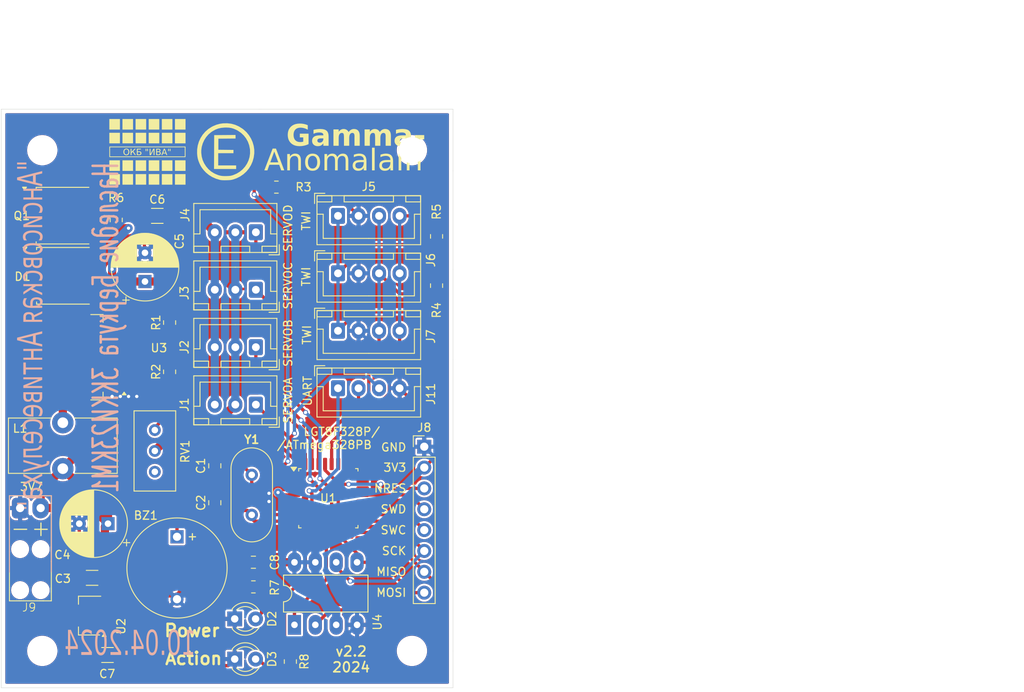
<source format=kicad_pcb>
(kicad_pcb (version 20240108) (generator "pcbnew") (generator_version "8.0")
  (layers (0 "F.Cu" signal) (31 "B.Cu" signal) (34 "B.Paste" user) (35 "F.Paste" user) (36 "B.SilkS" user "B.Silkscreen") (37 "F.SilkS" user "F.Silkscreen") (38 "B.Mask" user) (39 "F.Mask" user) (44 "Edge.Cuts" user))
  (net 0 "")
  (net 1 "XTAL0")
  (net 2 "GND")
  (net 3 "XTAL1")
  (net 4 "3V7")
  (net 5 "SERVO_6V")
  (net 6 "3V3")
  (net 7 "SERVO_GND")
  (net 8 "Net-(U3-FB)")
  (net 9 "Net-(D1-A)")
  (net 10 "Net-(D2-A)")
  (net 11 "LED0")
  (net 12 "SERVOA")
  (net 13 "SERVOB")
  (net 14 "SERVOC")
  (net 15 "SERVOD")
  (net 16 "SCL")
  (net 17 "SDA")
  (net 18 "SWC")
  (net 19 "SWD")
  (net 20 "NRES")
  (net 21 "RXD")
  (net 22 "TXD6")
  (net 23 "SERVOEN")
  (net 25 "MISO")
  (net 26 "SCK")
  (net 27 "W25NE")
  (net 28 "MOSI")
  (net 32 "BUZ")
  (net 40 "Net-(R2-Pad1)")
  (net 42 "Net-(D3-A)")
  (footprint "Resistor_SMD:R_0805_2012Metric_Pad1.20x1.40mm_HandSolder" (layer "F.Cu") (at 152 70.5 -90)
    (property "Reference" "R4")
    (property "Value" "10k")
  )
  (footprint "Logos:OKB_Iva_v2_9.3x8mm" (layer "F.Cu") (at 116.8 54.2)
    (property "Reference" "G***" (hide yes))
    (property "Value" "LOGO" (hide yes))
  )
  (footprint "Capacitor_THT:CP_Radial_D8.0mm_P3.50mm" (layer "F.Cu") (at 112 99.5 180)
    (property "Reference" "C4")
    (property "Value" "470uF")
  )
  (footprint "Resistor_SMD:R_0805_2012Metric_Pad1.20x1.40mm_HandSolder" (layer "F.Cu") (at 119.5 81 90)
    (property "Reference" "R2")
    (property "Value" "3k")
  )
  (footprint "Capacitor_SMD:C_1206_3216Metric_Pad1.33x1.80mm_HandSolder" (layer "F.Cu") (at 110.0625 106.1 180)
    (property "Reference" "C3")
    (property "Value" "1uF")
  )
  (footprint "Crystal:Crystal_HC49-4H_Vertical" (layer "F.Cu") (at 129.5 93.55 -90)
    (property "Reference" "Y1")
    (property "Value" "Crystal")
  )
  (footprint "Connector_JST:JST_XH_B3B-XH-A_1x03_P2.50mm_Vertical" (layer "F.Cu") (at 130 64 180)
    (property "Reference" "J4")
    (property "Value" "Conn_ServoD")
  )
  (footprint "Connector_JST:JST_XH_B4B-XH-A_1x04_P2.50mm_Vertical" (layer "F.Cu") (at 140 76)
    (property "Reference" "J7")
    (property "Value" "Conn_BMP1")
  )
  (footprint "Connector_JST:JST_XH_B4B-XH-A_1x04_P2.50mm_Vertical" (layer "F.Cu") (at 140 69)
    (property "Reference" "J6")
    (property "Value" "Conn_BMP0")
  )
  (footprint "Resistor_SMD:R_0805_2012Metric_Pad1.20x1.40mm_HandSolder" (layer "F.Cu") (at 132.5 58.5)
    (property "Reference" "R3")
    (property "Value" "10k")
  )
  (footprint "Package_TO_SOT_SMD:TO-263-5_TabPin3" (layer "F.Cu") (at 106.575 79.225 180)
    (property "Reference" "U3")
    (property "Value" "XL6019")
  )
  (footprint "Inductor_THT:L_Toroid_Vertical_L13.0mm_W6.5mm_P5.60mm" (layer "F.Cu") (at 106.5 92.8 180)
    (property "Reference" "L1")
    (property "Value" "47uh")
  )
  (footprint "MountingHole:MountingHole_3.2mm_M3" (layer "F.Cu") (at 149 54)
    (property "Reference" "H2" (hide yes))
    (property "Value" "MountingHole")
  )
  (footprint "Capacitor_SMD:C_1206_3216Metric_Pad1.33x1.80mm_HandSolder" (layer "F.Cu") (at 111.9375 115.5 180)
    (property "Reference" "C7")
    (property "Value" "1uF")
  )
  (footprint "Capacitor_SMD:C_1206_3216Metric_Pad1.33x1.80mm_HandSolder" (layer "F.Cu") (at 118 62 180)
    (property "Reference" "C6")
    (property "Value" "1uF")
  )
  (footprint "MountingHole:MountingHole_3.2mm_M3" (layer "F.Cu") (at 149 115)
    (property "Reference" "H4" (hide yes))
    (property "Value" "MountingHole")
  )
  (footprint "Package_DIP:DIP-8_W7.62mm_LongPads" (layer "F.Cu") (at 134.7 111.825 90)
    (property "Reference" "U4")
    (property "Value" "W25Q128JVS")
  )
  (footprint "Connector_JST:JST_XH_B4B-XH-A_1x04_P2.50mm_Vertical" (layer "F.Cu") (at 140 62)
    (property "Reference" "J5")
    (property "Value" "Conn_MPU")
  )
  (footprint "Resistor_SMD:R_0805_2012Metric_Pad1.20x1.40mm_HandSolder" (layer "F.Cu") (at 119.5 75 90)
    (property "Reference" "R1")
    (property "Value" "1")
  )
  (footprint "Logos:Linkkalu_v1_7.6x8.0mm" (layer "F.Cu") (at 126.4 54)
    (property "Reference" "G***" (hide yes))
    (property "Value" "LOGO" (hide yes))
  )
  (footprint "Capacitor_THT:CP_Radial_D8.0mm_P3.50mm" (layer "F.Cu") (at 116.5 70 90)
    (property "Reference" "C5")
    (property "Value" "470uF")
  )
  (footprint "Capacitor_SMD:C_0805_2012Metric" (layer "F.Cu") (at 125 96.95 90)
    (property "Reference" "C2")
    (property "Value" "22pF")
  )
  (footprint "Capacitor_SMD:C_0805_2012Metric_Pad1.18x1.45mm_HandSolder" (layer "F.Cu") (at 129.7 104.2 180)
    (property "Reference" "C8")
    (property "Value" "10nF")
  )
  (footprint "Connector_JST:JST_XH_B3B-XH-A_1x03_P2.50mm_Vertical" (layer "F.Cu") (at 130 85 180)
    (property "Reference" "J1")
    (property "Value" "Conn_ServoA")
  )
  (footprint "LED_THT:LED_D3.0mm" (layer "F.Cu") (at 127.425 111.1)
    (property "Reference" "D2")
    (property "Value" "LED_WORK")
  )
  (footprint "Connector_JST:JST_XH_B3B-XH-A_1x03_P2.50mm_Vertical" (layer "F.Cu") (at 130 71 180)
    (property "Reference" "J3")
    (property "Value" "Conn_ServoC")
  )
  (footprint "Connector_JST:JST_XH_B3B-XH-A_1x03_P2.50mm_Vertical" (layer "F.Cu") (at 130 78 180)
    (property "Reference" "J2")
    (property "Value" "Conn_ServoB")
  )
  (footprint "LED_THT:LED_D3.0mm" (layer "F.Cu") (at 127.425 116)
    (property "Reference" "D3")
    (property "Value" "LED_ACTIVE")
  )
  (footprint "Resistor_SMD:R_0805_2012Metric_Pad1.20x1.40mm_HandSolder" (layer "F.Cu") (at 134.2 116.3 90)
    (property "Reference" "R8")
    (property "Value" "10k")
  )
  (footprint "Package_TO_SOT_SMD:SOT-89-3" (layer "F.Cu") (at 109.7625 110.7 180)
    (property "Reference" "U2")
    (property "Value" "L78L33_SOT89")
  )
  (footprint "Buzzer_Beeper:MagneticBuzzer_ProSignal_ABI-009-RC" (layer "F.Cu") (at 120.4 101.1 -90)
    (property "Reference" "BZ1")
    (property "Value" "Buzzer")
  )
  (footprint "Resistor_SMD:R_0805_2012Metric_Pad1.20x1.40mm_HandSolder" (layer "F.Cu") (at 113 62.5 90)
    (property "Reference" "R6")
    (property "Value" "1k")
  )
  (footprint "MountingHole:MountingHole_3.2mm_M3" (layer "F.Cu") (at 104 54)
    (property "Reference" "H1" (hide yes))
    (property "Value" "MountingHole")
  )
  (footprint "Package_TO_SOT_SMD:TO-252-2" (layer "F.Cu") (at 106.565 61.975)
    (property "Reference" "Q1")
    (property "Value" "IRLR8726")
  )
  (footprint "Package_QFP:LQFP-32_7x7mm_P0.8mm" (layer "F.Cu") (at 138.825 96.4)
    (property "Reference" "U1")
    (property "Value" "LGT8F328P")
  )
  (footprint "CustomPackage:TO-252-2_TabPin1_Other2" (layer "F.Cu") (at 106.6175 69.3025)
    (property "Reference" "D1")
    (property "Value" "MBRD1045")
  )
  (footprint "Connector_JST:JST_XH_B4B-XH-A_1x04_P2.50mm_Vertical" (layer "F.Cu") (at 140 83)
    (property "Reference" "J11")
    (property "Value" "Conn_UART")
  )
  (footprint "Capacitor_SMD:C_0805_2012Metric" (layer "F.Cu") (at 125 92.45 -90)
    (property "Reference" "C1")
    (property "Value" "22pF")
  )
  (footprint "Resistor_SMD:R_0805_2012Metric_Pad1.20x1.40mm_HandSolder" (layer "F.Cu") (at 152 64.5 90)
    (property "Reference" "R5")
    (property "Value" "10k")
  )
  (footprint "Potentiometer_THT:Potentiometer_Bourns_3296W_Vertical" (layer "F.Cu") (at 117.7 88.1 90)
    (property "Reference" "RV1")
    (property "Value" "R_Potentiometer")
  )
  (footprint "CustomConnectors:Battery_3V7_Cable_solding_connctor" (layer "F.Cu") (at 105.1 96.8 90)
    (property "Reference" "J9")
    (property "Value" "Conn_BAT")
  )
  (footprint "MountingHole:MountingHole_3.2mm_M3" (layer "F.Cu") (at 104 115)
    (property "Reference" "H3" (hide yes))
    (property "Value" "MountingHole")
  )
  (footprint "Connector_PinHeader_2.54mm:PinHeader_1x08_P2.54mm_Vertical" (layer "F.Cu") (at 150.5 90.125)
    (property "Reference" "J8")
    (property "Value" "Conn_SWD")
  )
  (footprint "Resistor_SMD:R_0805_2012Metric_Pad1.20x1.40mm_HandSolder" (layer "F.Cu") (at 129.7 107.2 180)
    (property "Reference" "R7")
    (property "Value" "3.3k")
  )
  (gr_line (start 99 86.5) (end 99 115) (stroke (width 0.05)) (layer "Edge.Cuts"))
  (gr_line (start 99 56.5) (end 99 49) (stroke (width 0.05)) (layer "Edge.Cuts"))
  (gr_line (start 99 49) (end 130.5 49) (stroke (width 0.05)) (layer "Edge.Cuts"))
  (gr_line (start 154 68.5) (end 154 79.5) (stroke (width 0.05)) (layer "Edge.Cuts"))
  (gr_line (start 99 60) (end 99 86.5) (stroke (width 0.05)) (layer "Edge.Cuts"))
  (gr_line (start 114 119.5) (end 136 119.5) (stroke (width 0.05)) (layer "Edge.Cuts"))
  (gr_line (start 154 56.5) (end 154 68.5) (stroke (width 0.05)) (layer "Edge.Cuts"))
  (gr_line (start 154 79.5) (end 154 115) (stroke (width 0.05)) (layer "Edge.Cuts"))
  (gr_line (start 136 119.5) (end 154 119.5) (stroke (width 0.05)) (layer "Edge.Cuts"))
  (gr_line (start 99 56.5) (end 99 60) (stroke (width 0.05)) (layer "Edge.Cuts"))
  (gr_line (start 130.5 49) (end 154 49) (stroke (width 0.05)) (layer "Edge.Cuts"))
  (gr_line (start 154 49) (end 154 56.5) (stroke (width 0.05)) (layer "Edge.Cuts"))
  (gr_line (start 154 119.5) (end 154 115) (stroke (width 0.05)) (layer "Edge.Cuts"))
  (gr_line (start 99 115) (end 99 119.5) (stroke (width 0.05)) (layer "Edge.Cuts"))
  (gr_line (start 99 119.5) (end 114 119.5) (stroke (width 0.05)) (layer "Edge.Cuts"))
  (gr_text "Наследие Беркута 3ККИ23КМ1" (at 113.5 55.3 90) (layer "B.SilkS") (effects (font (size 3 1.7) (thickness 0.3)) (justify left bottom mirror)))
  (gr_text "10.04.2024" (at 122.7 116 0) (layer "B.SilkS") (effects (font (size 3 2) (thickness 0.2)) (justify left bottom mirror)))
  (gr_text "{dblquote}Ансисовская Антивеселуха{dblquote}" (at 104.5 76.6 90) (layer "B.SilkS") (effects (font (size 3 2)) (justify bottom mirror)))
  (gr_text "SERVOC" (at 134.5 70.5 90) (layer "F.SilkS") (effects (font (size 1 1)) (justify bottom)))
  (gr_text "3V3" (at 148.4 92.66 0) (layer "F.SilkS") (effects (font (size 1 1)) (justify right)))
  (gr_text "TWI" (at 136.7 62.6 90) (layer "F.SilkS") (effects (font (size 1 1)) (justify bottom)))
  (gr_text "SWD" (at 148.4 97.74 0) (layer "F.SilkS") (effects (font (size 1 1)) (justify right)))
  (gr_text "3V7" (at 101.2 95.6 0) (layer "F.SilkS") (effects (font (size 1 1)) (justify left bottom)))
  (gr_text "TWI" (at 136.8 76.5 90) (layer "F.SilkS") (effects (font (size 1 1)) (justify bottom)))
  (gr_text "LGT8F328P/" (at 145.2 88.3 0) (layer "F.SilkS") (effects (font (size 1 1)) (justify right)))
  (gr_text "TWI" (at 136.7 69.4 90) (layer "F.SilkS") (effects (font (size 1 1)) (justify bottom)))
  (gr_text "SWC" (at 148.4 100.28 0) (layer "F.SilkS") (effects (font (size 1 1)) (justify right)))
  (gr_text "+" (at 102.5 101.2 0) (layer "F.SilkS") (effects (font (size 2 2)) (justify left bottom)))
  (gr_text "Power" (at 118.7 113.4 0) (layer "F.SilkS") (effects (font (size 1.5 1.5) (thickness 0.3)) (justify left bottom)))
  (gr_text "MISO" (at 148.4 105.36 0) (layer "F.SilkS") (effects (font (size 1 1)) (justify right)))
  (gr_text "Action" (at 118.8 116.8 0) (layer "F.SilkS") (effects (font (size 1.5 1.5) (thickness 0.3)) (justify left bottom)))
  (gr_text "SCK" (at 148.4 102.82 0) (layer "F.SilkS") (effects (font (size 1 1)) (justify right)))
  (gr_text "/ATmega328PB" (at 144.2 89.9 0) (layer "F.SilkS") (effects (font (size 1 1)) (justify right)))
  (gr_text "SERVOB" (at 134.5 77.5 90) (layer "F.SilkS") (effects (font (size 1 1)) (justify bottom)))
  (gr_text "Anomalain" (at 131 56.9 0) (layer "F.SilkS") (effects (font (size 2.6 2.6)) (justify left bottom)))
  (gr_text "-" (at 100 101.2 0) (layer "F.SilkS") (effects (font (size 2 2)) (justify left bottom)))
  (gr_text "SERVOD" (at 134.5 63.5 90) (layer "F.SilkS") (effects (font (size 1 1)) (justify bottom)))
  (gr_text "SERVOA" (at 134.5 84.5 90) (layer "F.SilkS") (effects (font (size 1 1)) (justify bottom)))
  (gr_text "v2.2\n2024" (at 141.6 117.7 0) (layer "F.SilkS") (effects (font (size 1.2 1.2) (thickness 0.2)) (justify bottom)))
  (gr_text "GND" (at 148.4 90.2 0) (layer "F.SilkS") (effects (font (size 1 1)) (justify right)))
  (gr_text "Gamma-" (at 133.7 53.9 0) (layer "F.SilkS") (effects (font (size 2.6 2.6) (thickness 0.5) (bold yes)) (justify left bottom)))
  (gr_text "NRES" (at 148.4 95.2 0) (layer "F.SilkS") (effects (font (size 1 1)) (justify right)))
  (gr_text "UART" (at 136.3 81.4 90) (layer "F.SilkS") (effects (font (size 1 1)) (justify right)))
  (gr_text "MOSI" (at 148.4 107.9 0) (layer "F.SilkS") (effects (font (size 1 1)) (justify right)))
  (segment (start 127.45 91.5) (end 129.5 93.55) (width 0.4) (layer "F.Cu") (net 1))
  (segment (start 129.5 95.68995) (end 132.21005 98.4) (width 0.4) (layer "F.Cu") (net 1))
  (segment (start 129.5 93.55) (end 129.5 95.68995) (width 0.4) (layer "F.Cu") (net 1))
  (segment (start 125 91.5) (end 127.45 91.5) (width 0.4) (layer "F.Cu") (net 1))
  (segment (start 132.21005 98.4) (end 134.65 98.4) (width 0.4) (layer "F.Cu") (net 1))
  (segment (start 131.6 96.8) (end 134.65 96.8) (width 0.4) (layer "F.Cu") (net 2))
  (segment (start 110.375 110.7) (end 111.625 110.7) (width 0.4) (layer "F.Cu") (net 2))
  (segment (start 119.5 74) (end 117.8 74) (width 0.4) (layer "F.Cu") (net 2))
  (segment (start 108.5 99.5) (end 108.5 106.1) (width 0.4) (layer "F.Cu") (net 2))
  (segment (start 123.875 104.625) (end 123.875 104.2) (width 0.4) (layer "F.Cu") (net 2))
  (segment (start 111.675 116.8) (end 116.8 116.8) (width 0.4) (layer "F.Cu") (net 2))
  (segment (start 128.6625 104.2) (end 123.875 104.2) (width 0.4) (layer "F.Cu") (net 2))
  (segment (start 116.8 116.8) (end 126.625 116.8) (width 0.4) (layer "F.Cu") (net 2))
  (segment (start 114.225 82.625) (end 114.225 83.725) (width 0.4) (layer "F.Cu") (net 2))
  (segment (start 103.5 72) (end 103.5 66.23) (width 0.4) (layer "F.Cu") (net 2))
  (segment (start 117.225 73.425) (end 104.925 73.425) (width 0.4) (layer "F.Cu") (net 2))
  (segment (start 150.5 90.125) (end 150.5 86) (width 0.4) (layer "F.Cu") (net 2))
  (segment (start 115.5 65.5) (end 102.77 65.5) (width 0.4) (layer "F.Cu") (net 2))
  (segment (start 101.3 95.595836) (end 101.3 97.6) (width 0.4) (layer "F.Cu") (net 2))
  (segment (start 131.6 96.8) (end 131.6 95.8) (width 0.4) (layer "F.Cu") (net 2))
  (segment (start 111.625 110.7) (end 108.8 110.7) (width 0.4) (layer "F.Cu") (net 2))
  (segment (start 120.2 108.3) (end 123.875 104.625) (width 0.4) (layer "F.Cu") (net 2))
  (segment (start 117.8 74) (end 117.225 73.425) (width 0.4) (layer "F.Cu") (net 2))
  (segment (start 110.375 115.5) (end 110.375 110.7) (width 0.4) (layer "F.Cu") (net 2))
  (segment (start 126.625 116.8) (end 127.425 116) (width 0.4) (layer "F.Cu") (net 2))
  (segment (start 103.5 66.23) (end 101.525 64.255) (width 0.4) (layer "F.Cu") (net 2))
  (segment (start 116.4375 62) (end 116.4375 66.4375) (width 0.4) (layer "F.Cu") (net 2))
  (segment (start 110.375 115.5) (end 111.675 116.8) (width 0.4) (layer "F.Cu") (net 2))
  (segment (start 112.5 84) (end 101.3 95.595836) (width 0.4) (layer "F.Cu") (net 2))
  (segment (start 108.8 110.7) (end 108.5 111) (width 0.4) (layer "F.Cu") (net 2))
  (segment (start 139 58.5) (end 142.5 62) (width 0.4) (layer "F.Cu") (net 2))
  (segment (start 116.8625 116.7375) (end 116.8 116.8) (width 0.4) (layer "F.Cu") (net 2))
  (segment (start 114.225 83.725) (end 114.5 84) (width 0.4) (layer "F.Cu") (net 2))
  (segment (start 123.875 104.2) (end 123.875 97.125) (width 0.4) (layer "F.Cu") (net 2))
  (segment (start 133.5 58.5) (end 139 58.5) (width 0.4) (layer "F.Cu") (net 2))
  (segment (start 115.9375 61.5) (end 116.4375 62) (width 0.4) (layer "F.Cu") (net 2))
  (segment (start 113 61.5) (end 115.9375 61.5) (width 0.4) (layer "F.Cu") (net 2))
  (segment (start 102.77 65.5) (end 101.525 64.255) (width 0.4) (layer "F.Cu") (net 2))
  (segment (start 111.625 110.7) (end 114.2 110.7) (width 0.4) (layer "F.Cu") (net 2))
  (segment (start 114.2 110.7) (end 116.6 108.3) (width 0.4) (layer "F.Cu") (net 2))
  (segment (start 116.6 108.3) (end 120.2 108.3) (width 0.4) (layer "F.Cu") (net 2))
  (segment (start 108.5 110.7) (end 111.625 110.7) (width 0.4) (layer "F.Cu") (net 2))
  (segment (start 104.925 73.425) (end 103.5 72) (width 0.4) (layer "F.Cu") (net 2))
  (segment (start 116.5 66.5) (end 115.5 65.5) (width 0.4) (layer "F.Cu") (net 2))
  (segment (start 125 93.4) (end 125 96) (width 0.4) (layer "F.Cu") (net 2))
  (segment (start 116.4375 66.4375) (end 116.5 66.5) (width 0.4) (layer "F.Cu") (net 2))
  (segment (start 108.5 106.1) (end 108.5 110.7) (width 0.4) (layer "F.Cu") (net 2))
  (segment (start 123.875 97.125) (end 125 96) (width 0.4) (layer "F.Cu") (net 2))
  (segment (start 150.5 86) (end 147.5 83) (width 0.4) (layer "F.Cu") (net 2))
  (via (at 112.5 84) (size 0.6) (drill 0.4) (layers "F.Cu" "B.Cu") (net 2))
  (via (at 114.5 84) (size 0.6) (drill 0.4) (layers "F.Cu" "B.Cu") (net 2))
  (via (at 113.5 84) (size 0.6) (drill 0.4) (layers "F.Cu" "B.Cu") (net 2))
  (via (at 115.5 84) (size 0.6) (drill 0.4) (layers "F.Cu" "B.Cu") (net 2))
  (via (at 131.6 96.8) (size 0.6) (drill 0.4) (layers "F.Cu" "B.Cu") (net 2))
  (via (at 131.6 95.8) (size 0.6) (drill 0.4) (layers "F.Cu" "B.Cu") (net 2))
  (segment (start 147.5 83) (end 147.5 81) (width 0.4) (layer "B.Cu") (net 2))
  (segment (start 108.5 88) (end 112.5 84) (width 0.4) (layer "B.Cu") (net 2))
  (segment (start 131.6 98.03137) (end 131.6 96.8) (width 0.4) (layer "B.Cu") (net 2))
  (segment (start 121.33137 108.3) (end 131.6 98.03137) (width 0.4) (layer "B.Cu") (net 2))
  (segment (start 142.5 76) (end 142.5 62) (width 0.4) (layer "B.Cu") (net 2))
  (segment (start 133.5 113.425) (end 140.72 113.425) (width 0.4) (layer "B.Cu") (net 2))
  (segment (start 148.347767 111.825) (end 151.75 108.422767) (width 0.4) (layer "B.Cu") (net 2))
  (segment (start 131.6 96.8) (end 131.6 95.8) (width 0.4) (layer "B.Cu") (net 2))
  (segment (start 116.5 66.5) (end 114.5 68.5) (width 0.4) (layer "B.Cu") (net 2))
  (segment (start 131.5 109) (end 131.5 111.425) (width 0.4) (layer "B.Cu") (net 2))
  (segment (start 127.425 111.1) (end 127.425 116) (width 0.4) (layer "B.Cu") (net 2))
  (segment (start 115.5 84) (end 114.5 84) (width 0.4) (layer "B.Cu") (net 2))
  (segment (start 120.2 108.3) (end 121.33137 108.3) (width 0.4) (layer "B.Cu") (net 2))
  (segment (start 112.5 84) (end 113.5 84) (width 0.4) (layer "B.Cu") (net 2))
  (segment (start 108.5 99.5) (end 108.5 88) (width 0.4) (layer "B.Cu") (net 2))
  (segment (start 131.5 111.425) (end 133.5 113.425) (width 0.4) (layer "B.Cu") (net 2))
  (segment (start 151.75 108.422767) (end 151.75 91.375) (width 0.4) (layer "B.Cu") (net 2))
  (segment (start 131.5 98) (end 131.5 109) (width 0.4) (layer "B.Cu") (net 2))
  (segment (start 131.6 97.9) (end 131.5 98) (width 0.4) (layer "B.Cu") (net 2))
  (segment (start 101.3 97.6) (end 103.2 99.5) (width 0.4) (layer "B.Cu") (net 2))
  (segment (start 103.2 99.5) (end 108.5 99.5) (width 0.4) (layer "B.Cu") (net 2))
  (segment (start 114.5 68.5) (end 114.5 84) (width 0.4) (layer "B.Cu") (net 2))
  (segment (start 114.5 84) (end 113.5 84) (width 0.4) (layer "B.Cu") (net 2))
  (segment (start 140.72 113.425) (end 142.32 111.825) (width 0.4) (layer "B.Cu") (net 2))
  (segment (start 147.5 81) (end 142.5 76) (width 0.4) (layer "B.Cu") (net 2))
  (segment (start 151.75 91.375) (end 150.5 90.125) (width 0.4) (layer "B.Cu") (net 2))
  (segment (start 131.6 96.8) (end 131.6 97.9) (width 0.4) (layer "B.Cu") (net 2))
  (segment (start 142.32 111.825) (end 148.347767 111.825) (width 0.4) (layer "B.Cu") (net 2))
  (segment (start 134.65 99.2) (end 129.82 99.2) (width 0.4) (layer "F.Cu") (net 3))
  (segment (start 128.97 97.9) (end 129.5 98.43) (width 0.4) (layer "F.Cu") (net 3))
  (segment (start 129.5 98.43) (end 129.5 98.88) (width 0.4) (layer "F.Cu") (net 3))
  (segment (start 125 97.9) (end 128.97 97.9) (width 0.4) (layer "F.Cu") (net 3))
  (segment (start 129.5 98.88) (end 129.82 99.2) (width 0.4) (layer "F.Cu") (net 3))
  (segment (start 111.1 98.6) (end 112 99.5) (width 1) (layer "F.Cu") (net 4))
  (segment (start 112.269238 88.869238) (end 117.225 83.913477) (width 1) (layer "F.Cu") (net 4))
  (segment (start 110.1 97.6) (end 111.1 98.6) (width 1) (layer "F.Cu") (net 4))
  (segment (start 111.7125 106.1875) (end 111.625 106.1) (width 1) (layer "F.Cu") (net 4))
  (segment (start 112 89.138476) (end 112.269238 88.869238) (width 1) (layer "F.Cu") (net 4))
  (segment (start 111.625 106.1) (end 111.625 99.875) (width 1) (layer "F.Cu") (net 4))
  (segment (start 116.22543 77.525) (end 114.225 77.525) (width 1) (layer "F.Cu") (net 4))
  (segment (start 112 99.5) (end 112 89.138476) (width 1) (layer "F.Cu") (net 4))
  (segment (start 117.225 83.913477) (end 117.225 78.52457) (width 1) (layer "F.Cu") (net 4))
  (segment (start 103.8 97.6) (end 110.1 97.6) (width 1) (layer "F.Cu") (net 4))
  (segment (start 106.5 92.8) (end 109.2 95.5) (width 1) (layer "F.Cu") (net 4))
  (segment (start 103.8 95.5) (end 106.5 92.8) (width 1) (layer "F.Cu") (net 4))
  (segment (start 111.7125 109.2) (end 111.7125 106.1875) (width 1) (layer "F.Cu") (net 4))
  (segment (start 109.2 95.5) (end 109.2 96.7) (width 1) (layer "F.Cu") (net 4))
  (segment (start 111.625 99.875) (end 112 99.5) (width 1) (layer "F.Cu") (net 4))
  (segment (start 106.5 92.8) (end 110.430762 88.869238) (width 1) (layer "F.Cu") (net 4))
  (segment (start 110.430762 88.869238) (end 112.269238 88.869238) (width 1) (layer "F.Cu") (net 4))
  (segment (start 109.2 96.7) (end 111.1 98.6) (width 1) (layer "F.Cu") (net 4))
  (segment (start 117.225 78.52457) (end 116.22543 77.525) (width 1) (layer "F.Cu") (net 4))
  (segment (start 103.8 97.6) (end 103.8 95.5) (width 1) (layer "F.Cu") (net 4))
  (segment (start 110.38 70) (end 109.5525 70.8275) (width 1) (layer "F.Cu") (net 5))
  (segment (start 118.8 70) (end 116.5 70) (width 1) (layer "F.Cu") (net 5))
  (segment (start 113 63.5) (end 114.5 63.5) (width 1) (layer "F.Cu") (net 5))
  (segment (start 112.5 70) (end 110.38 70) (width 1) (layer "F.Cu") (net 5))
  (segment (start 125.825 69.325) (end 119.475 69.325) (width 1) (layer "F.Cu") (net 5))
  (segment (start 119.475 69.325) (end 118.8 70) (width 1) (layer "F.Cu") (net 5))
  (segment (start 119.5625 69.2625) (end 119.5 69.325) (width 1) (layer "F.Cu") (net 5))
  (segment (start 117.7 90.64) (end 121.34 87) (width 1) (layer "F.Cu") (net 5))
  (segment (start 125.5 87) (end 127.5 85) (width 1) (layer "F.Cu") (net 5))
  (segment (start 116.5 70) (end 112.5 70) (width 1) (layer "F.Cu") (net 5))
  (segment (start 121.34 87) (end 125.5 87) (width 1) (layer "F.Cu") (net 5))
  (segment (start 119.5625 62) (end 119.5625 69.2625) (width 1) (layer "F.Cu") (net 5))
  (segment (start 112.5 68.5) (end 112.5 70) (width 1) (layer "F.Cu") (net 5))
  (segment (start 127.5 71) (end 125.825 69.325) (width 1) (layer "F.Cu") (net 5))
  (via (at 114.5 63.5) (size 0.6) (drill 0.4) (layers "F.Cu" "B.Cu") (net 5))
  (via (at 112.5 68.5) (size 0.6) (drill 0.4) (layers "F.Cu" "B.Cu") (net 5))
  (segment (start 127.5 64) (end 127.5 85) (width 1) (layer "B.Cu") (net 5))
  (segment (start 114.5 63.5) (end 112.5 65.5) (width 1) (layer "B.Cu") (net 5))
  (segment (start 112.5 65.5) (end 112.5 68.5) (width 1) (layer "B.Cu") (net 5))
  (segment (start 152 65.5) (end 143.5 65.5) (width 0.4) (layer "F.Cu") (net 6))
  (segment (start 113.5 113) (end 112.7 112.2) (width 0.4) (layer "F.Cu") (net 6))
  (segment (start 134.695 104.2) (end 134.7 104.205) (width 0.4) (layer "F.Cu") (net 6))
  (segment (start 113.5 115.5) (end 113.5 113) (width 0.4) (layer "F.Cu") (net 6))
  (segment (start 116.8625 112.2625) (end 116.8 112.2) (width 0.4) (layer "F.Cu") (net 6))
  (segment (start 152 69.5) (end 152 65.5) (width 0.4) (layer "F.Cu") (net 6))
  (segment (start 128.7 106.2375) (end 130.7375 104.2) (width 0.4) (layer "F.Cu") (net 6))
  (segment (start 112.7 112.2) (end 111.7125 112.2) (width 0.4) (layer "F.Cu") (net 6))
  (segment (start 133 96) (end 132.7 95.7) (width 0.4) (layer "F.Cu") (net 6))
  (segment (start 116.8 112.2) (end 119.4 112.2) (width 0.4) (layer "F.Cu") (net 6))
  (segment (start 148.2 73.7) (end 151.9 77.4) (width 0.4) (layer "F.Cu") (net 6))
  (segment (start 151.9 91.265) (end 150.5 92.665) (width 0.4) (layer "F.Cu") (net 6))
  (segment (start 111.7125 112.2) (end 116.8 112.2) (width 0.4) (layer "F.Cu") (net 6))
  (segment (start 142.3 73.7) (end 148.2 73.7) (width 0.4) (layer "F.Cu") (net 6))
  (segment (start 128.7 107.2) (end 128.7 106.2375) (width 0.4) (layer "F.Cu") (net 6))
  (segment (start 124.4 107.2) (end 128.7 107.2) (width 0.4) (layer "F.Cu") (net 6))
  (segment (start 151.9 77.4) (end 151.9 91.265) (width 0.4) (layer "F.Cu") (net 6))
  (segment (start 143.5 65.5) (end 140 69) (width 0.4) (layer "F.Cu") (net 6))
  (segment (start 119.4 112.2) (end 124.4 107.2) (width 0.4) (layer "F.Cu") (net 6))
  (segment (start 134.65 96) (end 133 96) (width 0.4) (layer "F.Cu") (net 6))
  (segment (start 130.7375 104.2) (end 134.695 104.2) (width 1) (layer "F.Cu") (net 6))
  (segment (start 140 76) (end 142.3 73.7) (width 0.4) (layer "F.Cu") (net 6))
  (via (at 132.7 95.7) (size 0.6) (drill 0.4) (layers "F.Cu" "B.Cu") (net 6))
  (segment (start 137.24 100.24) (end 137.24 104.205) (width 1) (layer "B.Cu") (net 6))
  (segment (start 137.24 104.205) (end 136 104.205) (width 0.4) (layer "B.Cu") (net 6))
  (segment (start 139.78 111.825) (end 139.78 109.98) (width 1) (layer "B.Cu") (net 6))
  (segment (start 142.76 100.24) (end 150.335 92.665) (width 1) (layer "B.Cu") (net 6))
  (segment (start 150.335 92.665) (end 150.5 92.665) (width 1) (layer "B.Cu") (net 6))
  (segment (start 137.24 107.44) (end 137.24 104.205) (width 1) (layer "B.Cu") (net 6))
  (segment (start 140 62) (end 140 69) (width 0.4) (layer "B.Cu") (net 6))
  (segment (start 132.7 95.7) (end 137.24 100.24) (width 1) (layer "B.Cu") (net 6))
  (segment (start 136 104.205) (end 134.7 104.205) (width 0.4) (layer "B.Cu") (net 6))
  (segment (start 137.24 100.24) (end 142.76 100.24) (width 1) (layer "B.Cu") (net 6))
  (segment (start 139.78 109.98) (end 137.24 107.44) (width 1) (layer "B.Cu") (net 6))
  (segment (start 140 69) (end 140 76) (width 0.4) (layer "B.Cu") (net 6))
  (segment (start 111.05 60.45) (end 109.5 60.45) (width 1) (layer "F.Cu") (net 7))
  (segment (start 125 64) (end 121 60) (width 1) (layer "F.Cu") (net 7))
  (segment (start 111.5 60) (end 111.05 60.45) (width 1) (layer "F.Cu") (net 7))
  (segment (start 121 60) (end 111.5 60) (width 1) (layer "F.Cu") (net 7))
  (segment (start 125 85) (end 125 64) (width 1) (layer "B.Cu") (net 7))
  (segment (start 114.4 76) (end 114.225 75.825) (width 0.4) (layer "F.Cu") (net 8))
  (segment (start 119.5 76) (end 119.5 80) (width 0.4) (layer "F.Cu") (net 8))
  (segment (start 119.5 76) (end 114.4 76) (width 0.4) (layer "F.Cu") (net 8))
  (segment (start 101.5775 67.0225) (end 101.5775 75.3775) (width 1) (layer "F.Cu") (net 9))
  (segment (start 101.5775 75.3775) (end 102.65 76.45) (width 1) (layer "F.Cu") (net 9))
  (segment (start 106.5 83) (end 107.5 82) (width 1) (layer "F.Cu") (net 9))
  (segment (start 114.225 79.225) (end 105.075 79.225) (width 1) (layer "F.Cu") (net 9))
  (segment (start 106.5 87.2) (end 106.5 83) (width 1) (layer "F.Cu") (net 9))
  (segment (start 130.1 110.9) (end 130.3 111.1) (width 0.4) (layer "F.Cu") (net 10))
  (segment (start 130.7 107.2) (end 130.7 110.365) (width 0.4) (layer "F.Cu") (net 10))
  (segment (start 130.7 110.365) (end 129.965 111.1) (width 0.4) (layer "F.Cu") (net 10))
  (segment (start 133.5 114.6) (end 133.5 108.5) (width 0.4) (layer "F.Cu") (net 11))
  (segment (start 136.025 105.975) (end 136.025 100.575) (width 0.4) (layer "F.Cu") (net 11))
  (segment (start 134.2 115.3) (end 133.5 114.6) (width 0.4) (layer "F.Cu") (net 11))
  (segment (start 133.5 108.5) (end 136.025 105.975) (width 0.4) (layer "F.Cu") (net 11))
  (segment (start 134.1 89.1) (end 135 90) (width 0.4) (layer "F.Cu") (net 12))
  (segment (start 136.025 91.025) (end 135 90) (width 0.4) (layer "F.Cu") (net 12))
  (segment (start 136.025 92.225) (end 136.025 91.025) (width 0.4) (layer "F.Cu") (net 12))
  (segment (start 135 90) (end 130 85) (width 0.4) (layer "F.Cu") (net 12))
  (segment (start 134.7 88.5) (end 134.1 89.1) (width 0.4) (layer "F.Cu") (net 12))
  (via (at 134.7 88.5) (size 0.6) (drill 0.4) (layers "F.Cu" "B.Cu") (net 12))
  (segment (start 134.7 86.048834) (end 139.123834 81.625) (width 0.4) (layer "B.Cu") (net 12))
  (segment (start 139.123834 81.625) (end 143.625 81.625) (width 0.4) (layer "B.Cu") (net 12))
  (segment (start 134.7 88.5) (end 134.7 86.048834) (width 0.4) (layer "B.Cu") (net 12))
  (segment (start 143.625 81.625) (end 145 83) (width 0.4) (layer "B.Cu") (net 12))
  (segment (start 130 82.6) (end 130 78) (width 0.4) (layer "F.Cu") (net 13))
  (segment (start 136.825 89.425) (end 130 82.6) (width 0.4) (layer "F.Cu") (net 13))
  (segment (start 136.825 92.225) (end 136.825 89.425) (width 0.4) (layer "F.Cu") (net 13))
  (segment (start 139.225 100.575) (end 139.225 96.725) (width 0.4) (layer "F.Cu") (net 14))
  (segment (start 139.225 96.725) (end 136.6 94.1) (width 0.4) (layer "F.Cu") (net 14))
  (segment (start 131.5 72.5) (end 130 71) (width 0.4) (layer "F.Cu") (net 14))
  (segment (start 135.5 86.9) (end 131.5 82.9) (width 0.4) (layer "F.Cu") (net 14))
  (segment (start 131.5 82.9) (end 131.5 72.5) (width 0.4) (layer "F.Cu") (net 14))
  (via (at 136.6 94.1) (size 0.6) (drill 0.4) (layers "F.Cu" "B.Cu") (net 14))
  (via (at 135.5 86.9) (size 0.6) (drill 0.4) (layers "F.Cu" "B.Cu") (net 14))
  (segment (start 135.5 86.9) (end 136.6 88) (width 0.4) (layer "B.Cu") (net 14))
  (segment (start 136.6 88) (end 136.6 94.1) (width 0.4) (layer "B.Cu") (net 14))
  (segment (start 140.025 96.225) (end 137.8 94) (width 0.4) (layer "F.Cu") (net 15))
  (segment (start 136.05 85.95) (end 133.5 83.4) (width 0.4) (layer "F.Cu") (net 15))
  (segment (start 130 68.6) (end 130 64) (width 0.4) (layer "F.Cu") (net 15))
  (segment (start 133.5 83.4) (end 133.5 72.1) (width 0.4) (layer "F.Cu") (net 15))
  (segment (start 140.025 100.575) (end 140.025 96.225) (width 0.4) (layer "F.Cu") (net 15))
  (segment (start 133.5 72.1) (end 130 68.6) (width 0.4) (layer "F.Cu") (net 15))
  (via (at 137.8 94) (size 0.6) (drill 0.4) (layers "F.Cu" "B.Cu") (net 15))
  (via (at 136.05 85.95) (size 0.6) (drill 0.4) (layers "F.Cu" "B.Cu") (net 15))
  (segment (start 136.05 85.95) (end 137.8 87.7) (width 0.4) (layer "B.Cu") (net 15))
  (segment (start 137.8 87.7) (end 137.8 94) (width 0.4) (layer "B.Cu") (net 15))
  (segment (start 143.75 85.05) (end 143.75 79.85) (width 0.4) (layer "F.Cu") (net 16))
  (segment (start 139.225 89.575) (end 143.75 85.05) (width 0.4) (layer "F.Cu") (net 16))
  (segment (start 147.5 71.5) (end 145 69) (width 0.4) (layer "F.Cu") (net 16))
  (segment (start 139.225 92.225) (end 139.225 89.575) (width 0.4) (layer "F.Cu") (net 16))
  (segment (start 145 78.6) (end 145 76) (width 0.4) (layer "F.Cu") (net 16))
  (segment (start 152 71.5) (end 147.5 71.5) (width 0.4) (layer "F.Cu") (net 16))
  (segment (start 143.75 79.85) (end 145 78.6) (width 0.4) (layer "F.Cu") (net 16))
  (segment (start 145 62) (end 145 76) (width 0.4) (layer "B.Cu") (net 16))
  (segment (start 147.5 76) (end 147.5 78.6) (width 0.4) (layer "F.Cu") (net 17))
  (segment (start 147.5 78.6) (end 146.25 79.85) (width 0.4) (layer "F.Cu") (net 17))
  (segment (start 150.5 62) (end 147.5 62) (width 0.4) (layer "F.Cu") (net 17))
  (segment (start 140.025 89.867767) (end 140.025 92.225) (width 0.4) (layer "F.Cu") (net 17))
  (segment (start 146.25 79.85) (end 146.25 83.642767) (width 0.4) (layer "F.Cu") (net 17))
  (segment (start 146.25 83.642767) (end 140.025 89.867767) (width 0.4) (layer "F.Cu") (net 17))
  (segment (start 152 63.5) (end 150.5 62) (width 0.4) (layer "F.Cu") (net 17))
  (segment (start 147.5 76) (end 147.5 62) (width 0.4) (layer "B.Cu") (net 17))
  (segment (start 150.5 100.285) (end 148.615 98.4) (width 0.4) (layer "F.Cu") (net 18))
  (segment (start 148.615 98.4) (end 143 98.4) (width 0.4) (layer "F.Cu") (net 18))
  (segment (start 148.755 96) (end 143 96) (width 0.4) (layer "F.Cu") (net 19))
  (segment (start 150.5 97.745) (end 148.755 96) (width 0.4) (layer "F.Cu") (net 19))
  (segment (start 140.150001 94.7) (end 141.3 94.7) (width 0.4) (layer "F.Cu") (net 20))
  (segment (start 138.425 92.974999) (end 140.150001 94.7) (width 0.4) (layer "F.Cu") (net 20))
  (segment (start 138.425 92.225) (end 138.425 92.974999) (width 0.4) (layer "F.Cu") (net 20))
  (segment (start 145.2 94.7) (end 145.705 95.205) (width 0.4) (layer "F.Cu") (net 20))
  (segment (start 145.705 95.205) (end 150.5 95.205) (width 0.4) (layer "F.Cu") (net 20))
  (via (at 141.3 94.7) (size 0.6) (drill 0.4) (layers "F.Cu" "B.Cu") (net 20))
  (via (at 145.2 94.7) (size 0.6) (drill 0.4) (layers "F.Cu" "B.Cu") (net 20))
  (segment (start 141.3 94.7) (end 145.2 94.7) (width 0.4) (layer "B.Cu") (net 20))
  (segment (start 137.625 89.775) (end 142.5 84.9) (width 0.4) (layer "F.Cu") (net 21))
  (segment (start 142.5 84.9) (end 142.5 83) (width 0.4) (layer "F.Cu") (net 21))
  (segment (start 137.625 92.225) (end 137.625 89.775) (width 0.4) (layer "F.Cu") (net 21))
  (segment (start 136.825 95.825) (end 136.5 95.5) (width 0.4) (layer "F.Cu") (net 22))
  (segment (start 136.825 100.575) (end 136.825 95.825) (width 0.4) (layer "F.Cu") (net 22))
  (via (at 136.5 95.5) (size 0.6) (drill 0.4) (layers "F.Cu" "B.Cu") (net 22))
  (segment (start 137.28995 95.5) (end 140 92.78995) (width 0.4) (layer "B.Cu") (net 22))
  (segment (start 140 92.78995) (end 140 83) (width 0.4) (layer "B.Cu") (net 22))
  (segment (start 136.5 95.5) (end 137.28995 95.5) (width 0.4) (layer "B.Cu") (net 22))
  (segment (start 133.5 93.999999) (end 133.900001 94.4) (width 0.4) (layer "F.Cu") (net 23))
  (segment (start 133.900001 94.4) (end 134.65 94.4) (width 0.4) (layer "F.Cu") (net 23))
  (segment (start 133.9 91.9) (end 133.5 92.3) (width 0.4) (layer "F.Cu") (net 23))
  (segment (start 101.525 59.695) (end 102.72 58.5) (width 0.4) (layer "F.Cu") (net 23))
  (segment (start 129.8 59.4) (end 129.8 58.5) (width 0.4) (layer "F.Cu") (net 23))
  (segment (start 129.8 58.5) (end 131.5 58.5) (width 0.4) (layer "F.Cu") (net 23))
  (segment (start 133.5 92.3) (end 133.5 93.999999) (width 0.4) (layer "F.Cu") (net 23))
  (segment (start 102.72 58.5) (end 129.8 58.5) (width 0.4) (layer "F.Cu") (net 23))
  (via (at 133.9 91.9) (size 0.6) (drill 0.4) (layers "F.Cu" "B.Cu") (net 23))
  (via (at 129.8 59.4) (size 0.6) (drill 0.4) (layers "F.Cu" "B.Cu") (net 23))
  (segment (start 133.9 63.5) (end 133.9 91.9) (width 0.4) (layer "B.Cu") (net 23))
  (segment (start 133.9 63.5) (end 129.8 59.4) (width 0.4) (layer "B.Cu") (net 23))
  (segment (start 152.4 107.265) (end 150.5 105.365) (width 0.4) (layer "F.Cu") (net 25))
  (segment (start 137.24 111.825) (end 139.065 110) (width 0.4) (layer "F.Cu") (net 25))
  (segment (start 145.71 100.575) (end 141.625 100.575) (width 0.4) (layer "F.Cu") (net 25))
  (segment (start 152.4 108.9) (end 152.4 107.265) (width 0.4) (layer "F.Cu") (net 25))
  (segment (start 151.3 110) (end 152.4 108.9) (width 0.4) (layer "F.Cu") (net 25))
  (segment (start 150.5 105.365) (end 145.71 100.575) (width 0.4) (layer "F.Cu") (net 25))
  (segment (start 139.065 110) (end 151.3 110) (width 0.4) (layer "F.Cu") (net 25))
  (segment (start 139.78 104.78) (end 141.5 106.5) (width 0.4) (layer "F.Cu") (net 26))
  (segment (start 146.875 99.2) (end 143 99.2) (width 0.4) (layer "F.Cu") (net 26))
  (segment (start 139.78 104.205) (end 139.78 104.78) (width 0.4) (layer "F.Cu") (net 26))
  (segment (start 150.5 102.825) (end 146.875 99.2) (width 0.4) (layer "F.Cu") (net 26))
  (via (at 141.5 106.5) (size 0.6) (drill 0.4) (layers "F.Cu" "B.Cu") (net 26))
  (segment (start 141.5 106.5) (end 146.825 106.5) (width 0.4) (layer "B.Cu") (net 26))
  (segment (start 146.825 106.5) (end 150.5 102.825) (width 0.4) (layer "B.Cu") (net 26))
  (segment (start 138.58 106.32) (end 134.7 110.2) (width 0.4) (layer "F.Cu") (net 27))
  (segment (start 134.7 110.2) (end 134.7 111.825) (width 0.4) (layer "F.Cu") (net 27))
  (segment (start 138.58 101.479999) (end 138.58 106.32) (width 0.4) (layer "F.Cu") (net 27))
  (segment (start 138.425 101.324999) (end 138.58 101.479999) (width 0.4) (layer "F.Cu") (net 27))
  (segment (start 138.425 100.575) (end 138.425 101.324999) (width 0.4) (layer "F.Cu") (net 27))
  (segment (start 145.305 104.205) (end 149.005 107.905) (width 0.4) (layer "F.Cu") (net 28))
  (segment (start 149.005 107.905) (end 150.5 107.905) (width 0.4) (layer "F.Cu") (net 28))
  (segment (start 142.32 104.205) (end 142.32 103.12) (width 0.4) (layer "F.Cu") (net 28))
  (segment (start 142.32 104.205) (end 145.305 104.205) (width 0.4) (layer "F.Cu") (net 28))
  (segment (start 142.32 103.12) (end 140.825 101.625) (width 0.4) (layer "F.Cu") (net 28))
  (segment (start 140.825 101.625) (end 140.825 100.575) (width 0.4) (layer "F.Cu") (net 28))
  (segment (start 124.37457 90.474264) (end 133.464214 90.474264) (width 0.4) (layer "F.Cu") (net 32))
  (segment (start 134.65 91.66005) (end 134.65 93.6) (width 0.4) (layer "F.Cu") (net 32))
  (segment (start 133.464214 90.474264) (end 134.65 91.66005) (width 0.4) (layer "F.Cu") (net 32))
  (segment (start 124.37457 90.474264) (end 120.4 94.448834) (width 0.4) (layer "F.Cu") (net 32))
  (segment (start 120.4 94.448834) (end 120.4 101.1) (width 0.4) (layer "F.Cu") (net 32))
  (segment (start 119.5 86) (end 119.5 82) (width 0.4) (layer "F.Cu") (net 40))
  (segment (start 117.7 88.1) (end 117.7 87.8) (width 0.4) (layer "F.Cu") (net 40))
  (segment (start 117.7 87.8) (end 119.5 86) (width 0.4) (layer "F.Cu") (net 40))
  (segment (start 134.2 117.3) (end 131.6 117.3) (width 0.4) (layer "F.Cu") (net 42))
  (segment (start 131.6 117.3) (end 130.3 116) (width 0.4) (layer "F.Cu") (net 42))
  (zone (net 6) (net_name "3V3") (layer "F.Cu") (priority 3) (connect_pads (clearance 0.25)) (min_thickness 0.25) (fill yes (thermal_gap 0.5) (thermal_bridge_width 0.5))
    (polygon (pts (xy 111 111.9) (xy 111 112.9) (xy 112 114.3) (xy 112.8 116.4) (xy 115.2 116.5) (xy 122.8 114.3) (xy 126.2 110) (xy 129.7 108.9) (xy 132.2 108.6) (xy 133.4 108.1) (xy 134.6 106.9) (xy 135.4 106.5) (xy 136 105.9) (xy 136.1 103) (xy 131 103.1) (xy 129.7 103.1) (xy 129.7 105) (xy 127.5 105) (xy 124.9 105.9) (xy 120.8 110.2) (xy 119.7 110.5)))
  )
  (zone (net 4) (net_name "3V7") (layer "F.Cu") (priority 3) (connect_pads (clearance 0.25)) (min_thickness 0.25) (fill yes (thermal_gap 0.25) (thermal_bridge_width 0.5))
    (polygon (pts (xy 103.8 97.7) (xy 103.8 95.4) (xy 110.4 88.8) (xy 111.9 88.8) (xy 112 99.5) (xy 109.9 97.7)))
  )
  (zone (net 5) (net_name "SERVO_6V") (layer "F.Cu") (priority 10) (connect_pads (clearance 0.25)) (min_thickness 0.25) (fill yes (thermal_gap 0.25) (thermal_bridge_width 0.5))
    (polygon (pts (xy 119 59.9) (xy 121 59.9) (xy 125 63.2) (xy 130 63.2) (xy 130 71) (xy 127.4 71.1) (xy 125.8 69.4) (xy 119 69.4)))
  )
  (zone (net 2) (net_name "GND") (layer "F.Cu") (priority 2) (connect_pads (clearance 0.25)) (min_thickness 0.25) (fill yes (thermal_gap 0.25) (thermal_bridge_width 0.5))
    (polygon (pts (xy 99 49) (xy 154 49) (xy 154 119.5) (xy 99 119.5)))
  )
  (zone (net 6) (net_name "3V3") (layer "B.Cu") (priority 3) (connect_pads (clearance 0.25)) (min_thickness 0.25) (fill yes (thermal_gap 0.25) (thermal_bridge_width 0.5))
    (polygon (pts (xy 132.7 95.7) (xy 132.7 105.5) (xy 135 107.8) (xy 137.8 109.3) (xy 139.1 111.7) (xy 140.3 110.3) (xy 138.9 107.8) (xy 137.9 105.2) (xy 137.9 102.9) (xy 143.1 100.6) (xy 146.5 95.9) (xy 138.7 97.2)))
  )
  (zone (net 2) (net_name "GND") (layer "B.Cu") (priority 1) (connect_pads (clearance 0.25)) (min_thickness 0.25) (fill yes (thermal_gap 0.25) (thermal_bridge_width 0.5))
    (polygon (pts (xy 99 49) (xy 154 49) (xy 154 119.5) (xy 99 119.5)))
  )
)
</source>
